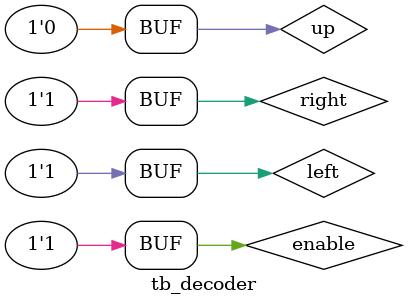
<source format=v>
`timescale 1ns / 1ps


module tb_decoder;

reg up, left, right, enable;
wire combo0, combo1, combo2, combo3, combo4, combo5, combo6, combo7;

    // Module test instantiation
    decoder d(.up(up), .left(left), .right(right), .enable(enable),
     .combo0(combo0), .combo1(combo1), .combo2(combo2));
    
    initial begin
    up=0; left=0; right=0; enable=1;      
    #10                        
    up=0; left=0; right=1; enable=1;
    #10
    up=0; left=1; right=0; enable=1;
    #10
    up=0; left=1; right=1; enable=1;
    #10;
    end


endmodule

</source>
